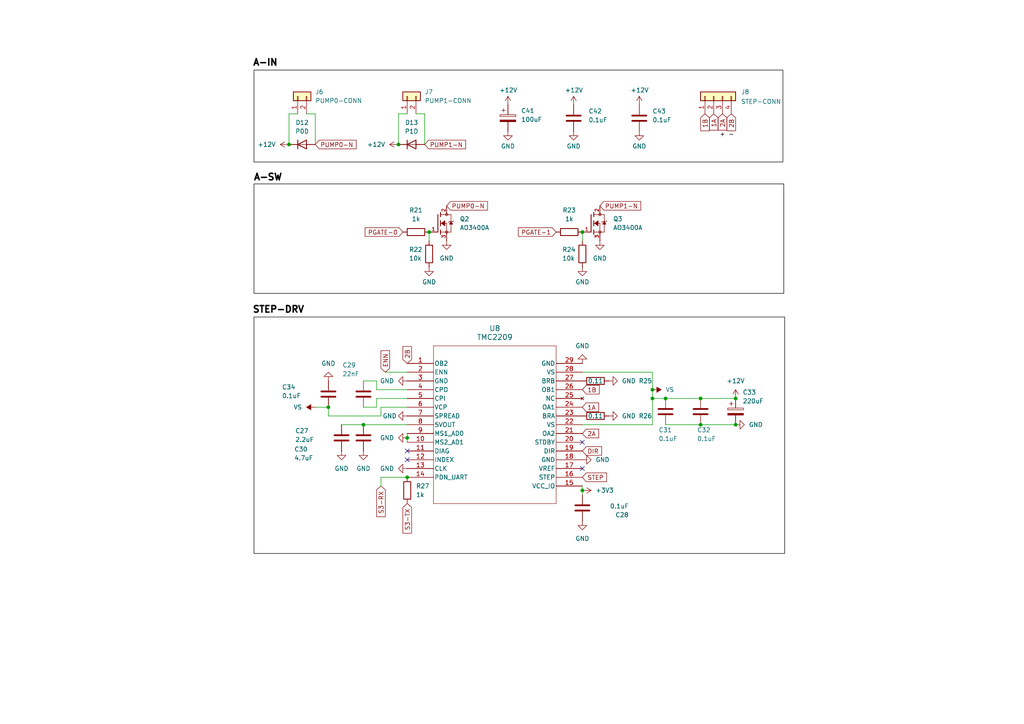
<source format=kicad_sch>
(kicad_sch (version 20231120) (generator "eeschema") (generator_version "8.0")
  (paper "A4")
  (title_block (title "Actuation Module") (company "Jeevan Sanchez"))
  (lib_symbols
    (symbol "Connector_Generic:Conn_01x02" (pin_names (offset 1.016) hide)
      (property "Reference" "J" (at 0 2.54 0))
      (property "Value" "Conn_01x02" (at 0 -5.08 0))
      (symbol "Conn_01x02_1_1"
        (rectangle (start -1.27 -2.413) (end 0 -2.667) (stroke (width 0.1524)))
        (rectangle (start -1.27 0.127) (end 0 -0.127) (stroke (width 0.1524)))
        (rectangle (start -1.27 1.27) (end 1.27 -3.81) (stroke (width 0.254)) (fill (type background)))
        (pin passive line (at -5.08 0 0) (length 3.81) (name "Pin_1") (number "1"))
        (pin passive line (at -5.08 -2.54 0) (length 3.81) (name "Pin_2") (number "2"))
      )
    )
    (symbol "Connector_Generic:Conn_01x04" (pin_names (offset 1.016) hide)
      (property "Reference" "J" (at 0 5.08 0))
      (property "Value" "Conn_01x04" (at 0 -7.62 0))
      (symbol "Conn_01x04_1_1"
        (rectangle (start -1.27 -4.953) (end 0 -5.207) (stroke (width 0.1524)))
        (rectangle (start -1.27 -2.413) (end 0 -2.667) (stroke (width 0.1524)))
        (rectangle (start -1.27 0.127) (end 0 -0.127) (stroke (width 0.1524)))
        (rectangle (start -1.27 2.667) (end 0 2.413) (stroke (width 0.1524)))
        (rectangle (start -1.27 3.81) (end 1.27 -6.35) (stroke (width 0.254)) (fill (type background)))
        (pin passive line (at -5.08 2.54 0) (length 3.81) (name "Pin_1") (number "1"))
        (pin passive line (at -5.08 0 0) (length 3.81) (name "Pin_2") (number "2"))
        (pin passive line (at -5.08 -2.54 0) (length 3.81) (name "Pin_3") (number "3"))
        (pin passive line (at -5.08 -5.08 0) (length 3.81) (name "Pin_4") (number "4"))
      )
    )
    (symbol "Device:C" (pin_numbers hide) (pin_names (offset 0.254))
      (property "Reference" "C" (at 0.635 2.54 0))
      (property "Value" "C" (at 0.635 -2.54 0))
      (symbol "C_0_1"
        (polyline (pts (xy -2.032 -0.762) (xy 2.032 -0.762)) (stroke (width 0.508)))
        (polyline (pts (xy -2.032 0.762) (xy 2.032 0.762)) (stroke (width 0.508)))
      )
      (symbol "C_1_1"
        (pin passive line (at 0 3.81 270) (length 2.794) (name "~") (number "1"))
        (pin passive line (at 0 -3.81 90) (length 2.794) (name "~") (number "2"))
      )
    )
    (symbol "Device:C_Polarized" (pin_numbers hide) (pin_names (offset 0.254))
      (property "Reference" "C" (at 0.635 2.54 0))
      (property "Value" "C_Polarized" (at 0.635 -2.54 0))
      (symbol "C_Polarized_0_1"
        (rectangle (start -2.286 0.508) (end 2.286 1.016))
        (polyline (pts (xy -1.778 2.286) (xy -0.762 2.286)))
        (polyline (pts (xy -1.27 2.794) (xy -1.27 1.778)))
        (rectangle (start 2.286 -0.508) (end -2.286 -1.016) (fill (type outline)))
      )
      (symbol "C_Polarized_1_1"
        (pin passive line (at 0 3.81 270) (length 2.794) (name "~") (number "1"))
        (pin passive line (at 0 -3.81 90) (length 2.794) (name "~") (number "2"))
      )
    )
    (symbol "Device:D" (pin_numbers hide) (pin_names (offset 1.016) hide)
      (property "Reference" "D" (at 0 2.54 0))
      (property "Value" "D" (at 0 -2.54 0))
      (symbol "D_0_1"
        (polyline (pts (xy -1.27 1.27) (xy -1.27 -1.27)) (stroke (width 0.254)))
        (polyline (pts (xy 1.27 0) (xy -1.27 0)))
        (polyline (pts (xy 1.27 1.27) (xy 1.27 -1.27) (xy -1.27 0) (xy 1.27 1.27)) (stroke (width 0.254)))
      )
      (symbol "D_1_1"
        (pin passive line (at -3.81 0 0) (length 2.54) (name "K") (number "1"))
        (pin passive line (at 3.81 0 180) (length 2.54) (name "A") (number "2"))
      )
    )
    (symbol "Device:R" (pin_numbers hide) (pin_names (offset 0))
      (property "Reference" "R" (at 2.032 0 90))
      (property "Value" "R" (at 0 0 90))
      (symbol "R_0_1"
        (rectangle (start -1.016 -2.54) (end 1.016 2.54) (stroke (width 0.254)))
      )
      (symbol "R_1_1"
        (pin passive line (at 0 3.81 270) (length 1.27) (name "~") (number "1"))
        (pin passive line (at 0 -3.81 90) (length 1.27) (name "~") (number "2"))
      )
    )
    (symbol "IRLZ44N:IRLZ44N" (pin_names (offset 1.016))
      (property "Reference" "Q" (at -8.89 2.54 0))
      (property "Value" "IRLZ44N" (at -8.89 -7.62 0))
      (symbol "IRLZ44N_0_0"
        (polyline (pts (xy 0 2.54) (xy 0 -2.54)) (stroke (width 0.254)))
        (polyline (pts (xy 0.762 -2.54) (xy 0.762 -3.175)) (stroke (width 0.254)))
        (polyline (pts (xy 0.762 -1.905) (xy 0.762 -2.54)) (stroke (width 0.254)))
        (polyline (pts (xy 0.762 0) (xy 0.762 -0.762)) (stroke (width 0.254)))
        (polyline (pts (xy 0.762 0) (xy 2.54 0)) (stroke (width 0.1524)))
        (polyline (pts (xy 0.762 0.762) (xy 0.762 0)) (stroke (width 0.254)))
        (polyline (pts (xy 0.762 2.54) (xy 0.762 1.905)) (stroke (width 0.254)))
        (polyline (pts (xy 0.762 2.54) (xy 3.81 2.54)) (stroke (width 0.1524)))
        (polyline (pts (xy 0.762 3.175) (xy 0.762 2.54)) (stroke (width 0.254)))
        (polyline (pts (xy 2.54 -2.54) (xy 0.762 -2.54)) (stroke (width 0.1524)))
        (polyline (pts (xy 2.54 -2.54) (xy 3.81 -2.54)) (stroke (width 0.1524)))
        (polyline (pts (xy 2.54 0) (xy 2.54 -2.54)) (stroke (width 0.1524)))
        (polyline (pts (xy 3.302 0.508) (xy 3.048 0.254)) (stroke (width 0.1524)))
        (polyline (pts (xy 3.81 0.508) (xy 3.302 0.508)) (stroke (width 0.1524)))
        (polyline (pts (xy 3.81 0.508) (xy 3.81 -2.54)) (stroke (width 0.1524)))
        (polyline (pts (xy 3.81 2.54) (xy 3.81 0.508)) (stroke (width 0.1524)))
        (polyline (pts (xy 4.318 0.508) (xy 3.81 0.508)) (stroke (width 0.1524)))
        (polyline (pts (xy 4.572 0.762) (xy 4.318 0.508)) (stroke (width 0.1524)))
        (polyline (pts (xy 1.016 0) (xy 2.032 0.762) (xy 2.032 -0.762) (xy 1.016 0)) (stroke (width 0.1524)) (fill (type outline)))
        (polyline (pts (xy 3.81 0.508) (xy 3.302 -0.254) (xy 4.318 -0.254) (xy 3.81 0.508)) (stroke (width 0.1524)) (fill (type outline)))
        (circle (center 2.54 -2.54) (radius 0.3592))
        (circle (center 2.54 2.54) (radius 0.3592))
        (pin passive line (at -2.54 -2.54 0) (length 2.54) (name "~") (number "1"))
        (pin passive line (at 2.54 5.08 270) (length 2.54) (name "~") (number "2"))
        (pin passive line (at 2.54 -5.08 90) (length 2.54) (name "~") (number "3"))
      )
    )
    (symbol "TMC2209:TMC2209" (pin_names (offset 0.254))
      (property "Reference" "U" (at 25.4 10.16 0))
      (property "Value" "TMC2209" (at 25.4 7.62 0))
      (symbol "TMC2209_0_1"
        (polyline (pts (xy 7.62 -40.64) (xy 43.18 -40.64)) (stroke (width 0.127)))
        (polyline (pts (xy 7.62 5.08) (xy 7.62 -40.64)) (stroke (width 0.127)))
        (polyline (pts (xy 43.18 -40.64) (xy 43.18 5.08)) (stroke (width 0.127)))
        (polyline (pts (xy 43.18 5.08) (xy 7.62 5.08)) (stroke (width 0.127)))
        (pin output line (at 0 0 0) (length 7.62) (name "OB2") (number "1"))
        (pin input line (at 0 -22.86 0) (length 7.62) (name "MS2_AD1") (number "10"))
        (pin output line (at 0 -25.4 0) (length 7.62) (name "DIAG") (number "11"))
        (pin output line (at 0 -27.94 0) (length 7.62) (name "INDEX") (number "12"))
        (pin input line (at 0 -30.48 0) (length 7.62) (name "CLK") (number "13"))
        (pin bidirectional line (at 0 -33.02 0) (length 7.62) (name "PDN_UART") (number "14"))
        (pin power_in line (at 50.8 -35.56 180) (length 7.62) (name "VCC_IO") (number "15"))
        (pin input line (at 50.8 -33.02 180) (length 7.62) (name "STEP") (number "16"))
        (pin unspecified line (at 50.8 -30.48 180) (length 7.62) (name "VREF") (number "17"))
        (pin input line (at 50.8 -27.94 180) (length 7.62) (name "GND") (number "18"))
        (pin input line (at 50.8 -25.4 180) (length 7.62) (name "DIR") (number "19"))
        (pin input line (at 0 -2.54 0) (length 7.62) (name "ENN") (number "2"))
        (pin power_in line (at 50.8 -22.86 180) (length 7.62) (name "STDBY") (number "20"))
        (pin output line (at 50.8 -20.32 180) (length 7.62) (name "OA2") (number "21"))
        (pin power_in line (at 50.8 -17.78 180) (length 7.62) (name "VS") (number "22"))
        (pin unspecified line (at 50.8 -15.24 180) (length 7.62) (name "BRA") (number "23"))
        (pin output line (at 50.8 -12.7 180) (length 7.62) (name "OA1") (number "24"))
        (pin no_connect line (at 50.8 -10.16 180) (length 7.62) (name "NC") (number "25"))
        (pin output line (at 50.8 -7.62 180) (length 7.62) (name "OB1") (number "26"))
        (pin unspecified line (at 50.8 -5.08 180) (length 7.62) (name "BRB") (number "27"))
        (pin power_in line (at 50.8 -2.54 180) (length 7.62) (name "VS") (number "28"))
        (pin power_out line (at 50.8 0 180) (length 7.62) (name "GND") (number "29"))
        (pin power_out line (at 0 -5.08 0) (length 7.62) (name "GND") (number "3"))
        (pin output line (at 0 -7.62 0) (length 7.62) (name "CPO") (number "4"))
        (pin input line (at 0 -10.16 0) (length 7.62) (name "CPI") (number "5"))
        (pin power_in line (at 0 -12.7 0) (length 7.62) (name "VCP") (number "6"))
        (pin input line (at 0 -15.24 0) (length 7.62) (name "SPREAD") (number "7"))
        (pin output line (at 0 -17.78 0) (length 7.62) (name "5VOUT") (number "8"))
        (pin input line (at 0 -20.32 0) (length 7.62) (name "MS1_AD0") (number "9"))
      )
    )
    (symbol "power:+12V" (power) (pin_numbers hide) (pin_names (offset 0) hide)
      (property "Value" "+12V" (at 0 3.556 0))
      (symbol "+12V_0_1"
        (polyline (pts (xy -0.762 1.27) (xy 0 2.54)))
        (polyline (pts (xy 0 0) (xy 0 2.54)))
        (polyline (pts (xy 0 2.54) (xy 0.762 1.27)))
      )
      (symbol "+12V_1_1"
        (pin power_in line (at 0 0 90) (length 0) (name "~") (number "1"))
      )
    )
    (symbol "power:+3V3" (power) (pin_numbers hide) (pin_names (offset 0) hide)
      (property "Value" "+3V3" (at 0 3.556 0))
      (symbol "+3V3_0_1"
        (polyline (pts (xy -0.762 1.27) (xy 0 2.54)))
        (polyline (pts (xy 0 0) (xy 0 2.54)))
        (polyline (pts (xy 0 2.54) (xy 0.762 1.27)))
      )
      (symbol "+3V3_1_1"
        (pin power_in line (at 0 0 90) (length 0) (name "~") (number "1"))
      )
    )
    (symbol "power:GND" (power) (pin_numbers hide) (pin_names (offset 0) hide)
      (property "Value" "GND" (at 0 -3.81 0))
      (symbol "GND_0_1"
        (polyline (pts (xy 0 0) (xy 0 -1.27) (xy 1.27 -1.27) (xy 0 -2.54) (xy -1.27 -1.27) (xy 0 -1.27)))
      )
      (symbol "GND_1_1"
        (pin power_in line (at 0 0 270) (length 0) (name "~") (number "1"))
      )
    )
    (symbol "power:VS" (power) (pin_numbers hide) (pin_names (offset 0) hide)
      (property "Value" "VS" (at 0 3.556 0))
      (symbol "VS_0_1"
        (polyline (pts (xy 0 0) (xy 0 2.54)))
        (polyline (pts (xy 0.762 1.27) (xy -0.762 1.27) (xy 0 2.54) (xy 0.762 1.27)) (fill (type outline)))
      )
      (symbol "VS_1_1"
        (pin power_in line (at 0 0 90) (length 0) (name "~") (number "1"))
      )
    )
  )
  (junction (at 189.23 113.03))
  (junction (at 168.91 67.31))
  (junction (at 168.91 142.24))
  (junction (at 189.23 115.57))
  (junction (at 193.04 115.57))
  (junction (at 213.36 123.19))
  (junction (at 118.11 138.43))
  (junction (at 115.57 41.91))
  (junction (at 213.36 115.57))
  (junction (at 95.25 118.11))
  (junction (at 124.46 67.31))
  (junction (at 83.82 41.91))
  (junction (at 203.2 123.19))
  (junction (at 118.11 127))
  (junction (at 105.41 123.19))
  (junction (at 203.2 115.57))
  (no_connect (at 118.11 130.81))
  (no_connect (at 168.91 135.89))
  (no_connect (at 118.11 133.35))
  (no_connect (at 168.91 128.27))
  (wire (pts (xy 110.49 140.97) (xy 110.49 138.43)))
  (wire (pts (xy 115.57 33.02) (xy 115.57 41.91)))
  (wire (pts (xy 203.2 115.57) (xy 213.36 115.57)))
  (wire (pts (xy 193.04 115.57) (xy 203.2 115.57)))
  (wire (pts (xy 109.22 118.11) (xy 105.41 118.11)))
  (wire (pts (xy 189.23 113.03) (xy 189.23 115.57)))
  (wire (pts (xy 110.49 118.11) (xy 118.11 118.11)))
  (wire (pts (xy 109.22 115.57) (xy 118.11 115.57)))
  (wire (pts (xy 91.44 33.02) (xy 91.44 41.91)))
  (wire (pts (xy 109.22 115.57) (xy 109.22 118.11)))
  (wire (pts (xy 168.91 123.19) (xy 189.23 123.19)))
  (wire (pts (xy 124.46 69.85) (xy 124.46 67.31)))
  (wire (pts (xy 110.49 118.11) (xy 110.49 120.65)))
  (wire (pts (xy 105.41 123.19) (xy 118.11 123.19)))
  (wire (pts (xy 86.36 33.02) (xy 83.82 33.02)))
  (wire (pts (xy 110.49 138.43) (xy 118.11 138.43)))
  (wire (pts (xy 203.2 123.19) (xy 213.36 123.19)))
  (wire (pts (xy 189.23 107.95) (xy 189.23 113.03)))
  (wire (pts (xy 99.06 123.19) (xy 105.41 123.19)))
  (wire (pts (xy 111.76 107.95) (xy 118.11 107.95)))
  (wire (pts (xy 118.11 125.73) (xy 118.11 127)))
  (wire (pts (xy 95.25 120.65) (xy 95.25 118.11)))
  (wire (pts (xy 168.91 140.97) (xy 168.91 142.24)))
  (wire (pts (xy 83.82 33.02) (xy 83.82 41.91)))
  (wire (pts (xy 168.91 69.85) (xy 168.91 67.31)))
  (wire (pts (xy 168.91 107.95) (xy 189.23 107.95)))
  (wire (pts (xy 118.11 33.02) (xy 115.57 33.02)))
  (wire (pts (xy 123.19 33.02) (xy 123.19 41.91)))
  (wire (pts (xy 168.91 142.24) (xy 168.91 143.51)))
  (wire (pts (xy 105.41 110.49) (xy 109.22 110.49)))
  (wire (pts (xy 193.04 123.19) (xy 203.2 123.19)))
  (wire (pts (xy 110.49 120.65) (xy 95.25 120.65)))
  (wire (pts (xy 91.44 118.11) (xy 95.25 118.11)))
  (wire (pts (xy 120.65 33.02) (xy 123.19 33.02)))
  (wire (pts (xy 109.22 110.49) (xy 109.22 113.03)))
  (wire (pts (xy 88.9 33.02) (xy 91.44 33.02)))
  (wire (pts (xy 118.11 127) (xy 118.11 128.27)))
  (wire (pts (xy 109.22 113.03) (xy 118.11 113.03)))
  (wire (pts (xy 189.23 115.57) (xy 193.04 115.57)))
  (wire (pts (xy 189.23 115.57) (xy 189.23 123.19)))
  (rectangle (start 73.66 20.32) (end 227.076 46.99) (stroke (width 0) (color 0 0 0 1)))
  (rectangle (start 73.66 53.34) (end 227.33 85.09) (stroke (width 0) (color 0 0 0 1)))
  (rectangle (start 73.66 91.948) (end 227.584 160.528) (stroke (width 0) (color 0 0 0 1)))
  (text "+\n" (at 209.55 39.116 0) (effects (font (size 1.27 1.27))))
  (text "A-IN\n" (at 76.962 18.288 0) (effects (font (size 1.905 1.905) (thickness 0.4064) (bold yes))))
  (text "-\n" (at 212.09 39.116 0) (effects (font (size 1.27 1.27))))
  (text "A-SW\n\n" (at 77.724 53.086 0) (effects (font (size 1.905 1.905) (thickness 0.4064) (bold yes))))
  (text "STEP-DRV\n" (at 80.772 89.916 0) (effects (font (size 1.905 1.905) (thickness 0.4064) (bold yes))))
  (global_label "2B" (shape input) (at 212.09 33.02 270) (property "Intersheetrefs" "${INTERSHEET_REFS}" (effects (hide yes))))
  (global_label "PGATE-0" (shape input) (at 116.84 67.31 180) (property "Intersheetrefs" "${INTERSHEET_REFS}" (effects (hide yes))))
  (global_label "DIR" (shape input) (at 168.91 130.81 0) (property "Intersheetrefs" "${INTERSHEET_REFS}" (effects (hide yes))))
  (global_label "PUMP1-N" (shape input) (at 123.19 41.91 0) (property "Intersheetrefs" "${INTERSHEET_REFS}" (effects (hide yes))))
  (global_label "PUMP0-N" (shape input) (at 91.44 41.91 0) (property "Intersheetrefs" "${INTERSHEET_REFS}" (effects (hide yes))))
  (global_label "STEP" (shape input) (at 168.91 138.43 0) (property "Intersheetrefs" "${INTERSHEET_REFS}" (effects (hide yes))))
  (global_label "2A" (shape input) (at 168.91 125.73 0) (property "Intersheetrefs" "${INTERSHEET_REFS}" (effects (hide yes))))
  (global_label "PGATE-1" (shape input) (at 161.29 67.31 180) (property "Intersheetrefs" "${INTERSHEET_REFS}" (effects (hide yes))))
  (global_label "1A" (shape input) (at 207.01 33.02 270) (property "Intersheetrefs" "${INTERSHEET_REFS}" (effects (hide yes))))
  (global_label "2B" (shape input) (at 118.11 105.41 90) (property "Intersheetrefs" "${INTERSHEET_REFS}" (effects (hide yes))))
  (global_label "2A" (shape input) (at 209.55 33.02 270) (property "Intersheetrefs" "${INTERSHEET_REFS}" (effects (hide yes))))
  (global_label "PUMP0-N" (shape input) (at 129.54 59.69 0) (property "Intersheetrefs" "${INTERSHEET_REFS}" (effects (hide yes))))
  (global_label "S3-TX" (shape input) (at 118.11 146.05 270) (property "Intersheetrefs" "${INTERSHEET_REFS}" (effects (hide yes))))
  (global_label "PUMP1-N" (shape input) (at 173.99 59.69 0) (property "Intersheetrefs" "${INTERSHEET_REFS}" (effects (hide yes))))
  (global_label "1B" (shape input) (at 168.91 113.03 0) (property "Intersheetrefs" "${INTERSHEET_REFS}" (effects (hide yes))))
  (global_label "1A" (shape input) (at 168.91 118.11 0) (property "Intersheetrefs" "${INTERSHEET_REFS}" (effects (hide yes))))
  (global_label "1B" (shape input) (at 204.47 33.02 270) (property "Intersheetrefs" "${INTERSHEET_REFS}" (effects (hide yes))))
  (global_label "ENN" (shape input) (at 111.76 107.95 90) (property "Intersheetrefs" "${INTERSHEET_REFS}" (effects (hide yes))))
  (global_label "S3-RX" (shape input) (at 110.49 140.97 270) (property "Intersheetrefs" "${INTERSHEET_REFS}" (effects (hide yes))))
  (symbol (lib_id "Device:D") (at 87.63 41.91 0) (unit 1)
    (property "Reference" "D12" (at 87.63 35.56 0))
    (property "Value" "P0D" (at 87.63 38.1 0))
    (property "Footprint" "Diode_SMD:D_SMA" (effects (hide yes)))
    (property "Datasheet" "https://www.onsemi.com/pdf/datasheet/ss19-d.pdf" (effects (hide yes)))
    (property "Description" "Diode" (effects (hide yes)))
    (property "Sim.Device" "D" (effects (hide yes)))
    (property "Sim.Pins" "1=K 2=A" (effects (hide yes)))
    (property "MPN" "SS14" (effects (hide yes)))
    (property "Purchase" "Yes" (effects (hide yes)))
    (property "Comments" "onsemi" (effects (hide yes)))
  )
  (symbol (lib_id "Device:R") (at 165.1 67.31 90) (unit 1)
    (property "Reference" "R23" (at 165.1 60.96 90))
    (property "Value" "1k" (at 165.1 63.5 90))
    (property "Footprint" "Resistor_SMD:R_0603_1608Metric" (effects (hide yes)))
    (property "Datasheet" "https://industrial.panasonic.com/cdbs/www-data/pdf/RDA0000/AOA0000C304.pdf" (effects (hide yes)))
    (property "Description" "Resistor" (effects (hide yes)))
    (property "MPN" "ERJ-3EKF1001V" (effects (hide yes)))
    (property "Purchase" "Yes" (effects (hide yes)))
  )
  (symbol (lib_id "Device:R") (at 120.65 67.31 90) (unit 1)
    (property "Reference" "R21" (at 120.65 60.96 90))
    (property "Value" "1k" (at 120.65 63.5 90))
    (property "Footprint" "Resistor_SMD:R_0603_1608Metric" (effects (hide yes)))
    (property "Datasheet" "https://industrial.panasonic.com/cdbs/www-data/pdf/RDA0000/AOA0000C304.pdf" (effects (hide yes)))
    (property "Description" "Resistor" (effects (hide yes)))
    (property "MPN" "ERJ-3EKF1001V" (effects (hide yes)))
    (property "Purchase" "Yes" (effects (hide yes)))
  )
  (symbol (lib_id "power:+12V") (at 213.36 115.57 0) (unit 1)
    (property "Reference" "#PWR090" (effects (hide yes)))
    (property "Value" "+12V" (at 213.36 110.49 0))
    (property "Description" "Power symbol creates a global label with name \"+12V\"" (effects (hide yes)))
  )
  (symbol (lib_id "Device:C") (at 168.91 147.32 180) (unit 1)
    (property "Reference" "C28" (at 182.372 149.352 0) (effects (justify left)))
    (property "Value" "0.1uF" (at 182.372 146.812 0) (effects (justify left)))
    (property "Footprint" "Capacitor_SMD:C_0603_1608Metric" (effects (hide yes)))
    (property "Description" "Unpolarized capacitor" (effects (hide yes)))
    (property "MPN" "CC0603KRX7R9BB104" (effects (hide yes)))
    (property "Purchase" "Yes" (effects (hide yes)))
  )
  (symbol (lib_id "Device:C") (at 203.2 119.38 0) (unit 1)
    (property "Reference" "C32" (at 202.184 124.714 0) (effects (justify left)))
    (property "Value" "0.1uF" (at 202.184 127.254 0) (effects (justify left)))
    (property "Footprint" "Capacitor_SMD:C_0603_1608Metric" (effects (hide yes)))
    (property "Description" "Unpolarized capacitor" (effects (hide yes)))
    (property "MPN" "CC0603KRX7R9BB104" (effects (hide yes)))
    (property "Purchase" "Yes" (effects (hide yes)))
  )
  (symbol (lib_id "IRLZ44N:IRLZ44N") (at 127 64.77 0) (unit 1)
    (property "Reference" "Q2" (at 133.35 63.4999 0) (effects (justify left)))
    (property "Value" "AO3400A" (at 133.35 66.0399 0) (effects (justify left)))
    (property "Footprint" "Package_TO_SOT_SMD:SOT-23" (effects (hide yes)))
    (property "Datasheet" "https://mm.digikey.com/Volume0/opasdata/d220001/medias/docus/1133/AO3400A_ds.pdf" (effects (hide yes)))
    (property "Description" "N-Channel Mosfet" (effects (hide yes)))
    (property "MF" "Infineon Technologies" (effects (hide yes)))
    (property "MAXIMUM_PACKAGE_HEIGHT" "19.3mm" (effects (hide yes)))
    (property "Package" "TO-220 Infineon" (effects (hide yes)))
    (property "Price" "None" (effects (hide yes)))
    (property "Check_prices" "https://www.snapeda.com/parts/IRLZ44N/Infineon/view-part/?ref=eda" (effects (hide yes)))
    (property "STANDARD" "IPC-7351B" (effects (hide yes)))
    (property "PARTREV" "11/11/03" (effects (hide yes)))
    (property "SnapEDA_Link" "https://www.snapeda.com/parts/IRLZ44N/Infineon/view-part/?ref=snap" (effects (hide yes)))
    (property "MP" "IRLZ44N" (effects (hide yes)))
    (property "Description_1" "\n                        \n                            N-Channel 55 V 47A (Tc) 3.8W (Ta), 110W (Tc) Surface Mount D2PAK\n                        \n" (effects (hide yes)))
    (property "Availability" "Not in stock" (effects (hide yes)))
    (property "MANUFACTURER" "Infineon" (effects (hide yes)))
    (property "MPN" "AO3400A" (effects (hide yes)))
    (property "Purchase" "Yes" (effects (hide yes)))
    (property "Comments" "Confirmed AO3400A  , brand:AOS,package:SOT-23-3L, and brand AOS" (effects (hide yes)))
  )
  (symbol (lib_id "power:GND") (at 147.32 38.1 0) (unit 1)
    (property "Reference" "#PWR0102" (effects (hide yes)))
    (property "Value" "GND" (at 147.32 42.418 0))
    (property "Description" "Power symbol creates a global label with name \"GND\" , ground" (effects (hide yes)))
  )
  (symbol (lib_id "power:+12V") (at 166.37 30.48 0) (unit 1)
    (property "Reference" "#PWR0105" (effects (hide yes)))
    (property "Value" "+12V" (at 163.83 26.162 0) (effects (justify left)))
    (property "Description" "Power symbol creates a global label with name \"+12V\"" (effects (hide yes)))
  )
  (symbol (lib_id "Device:R") (at 124.46 73.66 180) (unit 1)
    (property "Reference" "R22" (at 118.618 72.39 0) (effects (justify right)))
    (property "Value" "10k" (at 118.618 74.93 0) (effects (justify right)))
    (property "Footprint" "Resistor_SMD:R_0603_1608Metric" (effects (hide yes)))
    (property "Datasheet" "https://industrial.panasonic.com/cdbs/www-data/pdf/RDA0000/AOA0000C304.pdf" (effects (hide yes)))
    (property "Description" "Resistor" (effects (hide yes)))
    (property "MPN" "ERJ-3EKF1002V" (effects (hide yes)))
    (property "Purchase" "Yes" (effects (hide yes)))
  )
  (symbol (lib_id "Device:C") (at 105.41 114.3 0) (unit 1)
    (property "Reference" "C29" (at 99.314 105.918 0) (effects (justify left)))
    (property "Value" "22nF " (at 99.314 108.458 0) (effects (justify left)))
    (property "Footprint" "Capacitor_SMD:C_0603_1608Metric" (effects (hide yes)))
    (property "Datasheet" "https://mm.digikey.com/Volume0/opasdata/d220001/medias/docus/609/CL10B223KB8NNNC_Spec.pdf" (effects (hide yes)))
    (property "Description" "Unpolarized capacitor" (effects (hide yes)))
    (property "MPN" "CL10B223KB8NNNC" (effects (hide yes)))
    (property "Purchase" "Yes" (effects (hide yes)))
  )
  (symbol (lib_id "Device:C") (at 193.04 119.38 0) (unit 1)
    (property "Reference" "C31" (at 191.008 124.714 0) (effects (justify left)))
    (property "Value" "0.1uF" (at 191.008 127.254 0) (effects (justify left)))
    (property "Footprint" "Capacitor_SMD:C_0603_1608Metric" (effects (hide yes)))
    (property "Description" "Unpolarized capacitor" (effects (hide yes)))
    (property "MPN" "CC0603KRX7R9BB104" (effects (hide yes)))
    (property "Purchase" "Yes" (effects (hide yes)))
  )
  (symbol (lib_id "power:GND") (at 95.25 110.49 180) (unit 1)
    (property "Reference" "#PWR092" (effects (hide yes)))
    (property "Value" "GND" (at 95.25 105.41 0))
    (property "Description" "Power symbol creates a global label with name \"GND\" , ground" (effects (hide yes)))
  )
  (symbol (lib_id "Device:D") (at 119.38 41.91 0) (unit 1)
    (property "Reference" "D13" (at 119.38 35.56 0))
    (property "Value" "P1D" (at 119.38 38.1 0))
    (property "Footprint" "Diode_SMD:D_SMA" (effects (hide yes)))
    (property "Datasheet" "https://www.onsemi.com/pdf/datasheet/ss19-d.pdf" (effects (hide yes)))
    (property "Description" "Diode" (effects (hide yes)))
    (property "Sim.Device" "D" (effects (hide yes)))
    (property "Sim.Pins" "1=K 2=A" (effects (hide yes)))
    (property "MPN" "SS14" (effects (hide yes)))
    (property "Purchase" "Yes" (effects (hide yes)))
    (property "Comments" "onsemi" (effects (hide yes)))
  )
  (symbol (lib_id "power:GND") (at 118.11 120.65 270) (unit 1)
    (property "Reference" "#PWR084" (effects (hide yes)))
    (property "Value" "GND" (at 115.062 120.65 90) (effects (justify right)))
    (property "Description" "Power symbol creates a global label with name \"GND\" , ground" (effects (hide yes)))
  )
  (symbol (lib_id "power:GND") (at 129.54 69.85 0) (unit 1)
    (property "Reference" "#PWR071" (effects (hide yes)))
    (property "Value" "GND" (at 129.54 74.93 0))
    (property "Description" "Power symbol creates a global label with name \"GND\" , ground" (effects (hide yes)))
  )
  (symbol (lib_id "Device:R") (at 168.91 73.66 180) (unit 1)
    (property "Reference" "R24" (at 163.068 72.39 0) (effects (justify right)))
    (property "Value" "10k" (at 163.068 74.93 0) (effects (justify right)))
    (property "Footprint" "Resistor_SMD:R_0603_1608Metric" (effects (hide yes)))
    (property "Datasheet" "https://industrial.panasonic.com/cdbs/www-data/pdf/RDA0000/AOA0000C304.pdf" (effects (hide yes)))
    (property "Description" "Resistor" (effects (hide yes)))
    (property "MPN" "ERJ-3EKF1002V" (effects (hide yes)))
    (property "Purchase" "Yes" (effects (hide yes)))
  )
  (symbol (lib_id "Device:C") (at 99.06 127 0) (unit 1)
    (property "Reference" "C27" (at 85.598 124.968 0) (effects (justify left)))
    (property "Value" "2.2uF " (at 85.598 127.508 0) (effects (justify left)))
    (property "Footprint" "Capacitor_SMD:C_0603_1608Metric" (effects (hide yes)))
    (property "Datasheet" "https://search.murata.co.jp/Ceramy/image/img/A01X/G101/ENG/GRM188R6YA225KA12-01.pdf" (effects (hide yes)))
    (property "Description" "Unpolarized capacitor" (effects (hide yes)))
    (property "MPN" "https://www.digikey.ca/en/products/detail/murata-electronics/GRM188R6YA225KA12D/3900456" (effects (hide yes)))
    (property "Purchase" "Yes" (effects (hide yes)))
  )
  (symbol (lib_id "Connector_Generic:Conn_01x02") (at 118.11 27.94 90) (unit 1)
    (property "Reference" "J7" (at 123.19 26.6699 90) (effects (justify right)))
    (property "Value" "PUMP1-CONN" (at 123.19 29.2099 90) (effects (justify right)))
    (property "Footprint" "S02B_PASK_2:CONN2_S02B-PASK-2_JST" (effects (hide yes)))
    (property "Description" "Generic connector, single row, 01x02, script generated (kicad-library-utils/schlib/autogen/connector/)" (effects (hide yes)))
    (property "MPN" "S02B-PASK-2" (effects (hide yes)))
    (property "Purchase" "Yes, Do Not Assemble" (effects (hide yes)))
  )
  (symbol (lib_id "Device:C") (at 185.42 34.29 0) (unit 1)
    (property "Reference" "C43" (at 189.23 32.258 0) (effects (justify left)))
    (property "Value" "0.1uF" (at 189.23 34.798 0) (effects (justify left)))
    (property "Footprint" "Capacitor_SMD:C_0603_1608Metric" (effects (hide yes)))
    (property "Description" "Unpolarized capacitor" (effects (hide yes)))
    (property "MPN" "CC0603KRX7R9BB104" (effects (hide yes)))
  )
  (symbol (lib_id "power:VS") (at 91.44 118.11 90) (unit 1)
    (property "Reference" "#PWR093" (effects (hide yes)))
    (property "Value" "VS" (at 87.63 118.1099 90) (effects (justify left)))
    (property "Description" "Power symbol creates a global label with name \"VS\"" (effects (hide yes)))
  )
  (symbol (lib_id "power:GND") (at 105.41 130.81 0) (unit 1)
    (property "Reference" "#PWR087" (effects (hide yes)))
    (property "Value" "GND" (at 105.41 135.89 0))
    (property "Description" "Power symbol creates a global label with name \"GND\" , ground" (effects (hide yes)))
  )
  (symbol (lib_id "power:GND") (at 118.11 127 270) (unit 1)
    (property "Reference" "#PWR085" (effects (hide yes)))
    (property "Value" "GND" (at 114.3 126.9999 90) (effects (justify right)))
    (property "Description" "Power symbol creates a global label with name \"GND\" , ground" (effects (hide yes)))
  )
  (symbol (lib_id "power:GND") (at 168.91 77.47 0) (unit 1)
    (property "Reference" "#PWR076" (effects (hide yes)))
    (property "Value" "GND" (at 168.91 81.788 0))
    (property "Description" "Power symbol creates a global label with name \"GND\" , ground" (effects (hide yes)))
  )
  (symbol (lib_id "power:+12V") (at 147.32 30.48 0) (unit 1)
    (property "Reference" "#PWR0101" (effects (hide yes)))
    (property "Value" "+12V" (at 144.78 26.162 0) (effects (justify left)))
    (property "Description" "Power symbol creates a global label with name \"+12V\"" (effects (hide yes)))
  )
  (symbol (lib_id "power:GND") (at 168.91 133.35 90) (unit 1)
    (property "Reference" "#PWR079" (effects (hide yes)))
    (property "Value" "GND" (at 172.72 133.3499 90) (effects (justify right)))
    (property "Description" "Power symbol creates a global label with name \"GND\" , ground" (effects (hide yes)))
  )
  (symbol (lib_id "Connector_Generic:Conn_01x04") (at 207.01 27.94 90) (unit 1)
    (property "Reference" "J8" (at 216.154 26.67 90))
    (property "Value" "STEP-CONN" (at 220.726 29.464 90))
    (property "Footprint" "S04B_PASK_2:CONN4_S04B-PASK_JST" (effects (hide yes)))
    (property "Description" "Generic connector, single row, 01x04, script generated (kicad-library-utils/schlib/autogen/connector/)" (effects (hide yes)))
    (property "MPN" "S04B-PASK-2" (effects (hide yes)))
    (property "Purchase" "Yes" (effects (hide yes)))
  )
  (symbol (lib_id "IRLZ44N:IRLZ44N") (at 171.45 64.77 0) (unit 1)
    (property "Reference" "Q3" (at 177.8 63.4999 0) (effects (justify left)))
    (property "Value" "AO3400A" (at 177.8 66.0399 0) (effects (justify left)))
    (property "Footprint" "Package_TO_SOT_SMD:SOT-23" (effects (hide yes)))
    (property "Datasheet" "https://mm.digikey.com/Volume0/opasdata/d220001/medias/docus/1133/AO3400A_ds.pdf" (effects (hide yes)))
    (property "Description" "N-Channel Mosfet" (effects (hide yes)))
    (property "MF" "Infineon Technologies" (effects (hide yes)))
    (property "MAXIMUM_PACKAGE_HEIGHT" "19.3mm" (effects (hide yes)))
    (property "Package" "TO-220 Infineon" (effects (hide yes)))
    (property "Price" "None" (effects (hide yes)))
    (property "Check_prices" "https://www.snapeda.com/parts/IRLZ44N/Infineon/view-part/?ref=eda" (effects (hide yes)))
    (property "STANDARD" "IPC-7351B" (effects (hide yes)))
    (property "PARTREV" "11/11/03" (effects (hide yes)))
    (property "SnapEDA_Link" "https://www.snapeda.com/parts/IRLZ44N/Infineon/view-part/?ref=snap" (effects (hide yes)))
    (property "Description_1" "\n                        \n                            N-Channel 55 V 47A (Tc) 3.8W (Ta), 110W (Tc) Surface Mount D2PAK\n                        \n" (effects (hide yes)))
    (property "Availability" "Not in stock" (effects (hide yes)))
    (property "MANUFACTURER" "Infineon" (effects (hide yes)))
    (property "MPN" "AO3400A" (effects (hide yes)))
    (property "Purchase" "Yes" (effects (hide yes)))
    (property "Comments" "Confirmed AO3400A  , brand:AOS,package:SOT-23-3L, and brand AOS" (effects (hide yes)))
  )
  (symbol (lib_id "Device:C_Polarized") (at 147.32 34.29 0) (unit 1)
    (property "Reference" "C41" (at 151.13 32.1309 0) (effects (justify left)))
    (property "Value" "100uF " (at 151.13 34.6709 0) (effects (justify left)))
    (property "Footprint" "EEH_ZK1V101XP:CAP_EEHZK1V101XP" (effects (hide yes)))
    (property "Description" "Polarized capacitor" (effects (hide yes)))
    (property "MPN" "EEH-ZK1V101XP" (effects (hide yes)))
  )
  (symbol (lib_id "power:GND") (at 166.37 38.1 0) (unit 1)
    (property "Reference" "#PWR0103" (effects (hide yes)))
    (property "Value" "GND" (at 166.37 42.418 0))
    (property "Description" "Power symbol creates a global label with name \"GND\" , ground" (effects (hide yes)))
  )
  (symbol (lib_id "power:GND") (at 118.11 110.49 270) (unit 1)
    (property "Reference" "#PWR077" (effects (hide yes)))
    (property "Value" "GND" (at 114.3 110.4899 90) (effects (justify right)))
    (property "Description" "Power symbol creates a global label with name \"GND\" , ground" (effects (hide yes)))
  )
  (symbol (lib_id "Device:C_Polarized") (at 213.36 119.38 0) (unit 1)
    (property "Reference" "C33" (at 215.392 113.792 0) (effects (justify left)))
    (property "Value" "220uF " (at 215.392 116.332 0) (effects (justify left)))
    (property "Footprint" "EEE_FK1V101P:CAP_EEEFK1V101P" (effects (hide yes)))
    (property "Description" "Polarized capacitor, EEE-FK1V221P i" (effects (hide yes)))
    (property "MPN" "EEE-FK1V221P" (effects (hide yes)))
    (property "Purchase" "Yes" (effects (hide yes)))
    (property "Comments" "EEE-FK1V221P is the correct MPN even though the footprint has a different MPN." (effects (hide yes)))
  )
  (symbol (lib_id "Device:C") (at 95.25 114.3 0) (unit 1)
    (property "Reference" "C34" (at 81.788 112.268 0) (effects (justify left)))
    (property "Value" "0.1uF" (at 81.788 114.808 0) (effects (justify left)))
    (property "Footprint" "Capacitor_SMD:C_0603_1608Metric" (effects (hide yes)))
    (property "Description" "Unpolarized capacitor" (effects (hide yes)))
    (property "MPN" "CC0603KRX7R9BB104" (effects (hide yes)))
    (property "Purchase" "Yes" (effects (hide yes)))
  )
  (symbol (lib_id "power:GND") (at 173.99 69.85 0) (unit 1)
    (property "Reference" "#PWR074" (effects (hide yes)))
    (property "Value" "GND" (at 173.99 74.93 0))
    (property "Description" "Power symbol creates a global label with name \"GND\" , ground" (effects (hide yes)))
  )
  (symbol (lib_id "power:+12V") (at 115.57 41.91 90) (unit 1)
    (property "Reference" "#PWR073" (effects (hide yes)))
    (property "Value" "+12V" (at 111.76 41.9099 90) (effects (justify left)))
    (property "Description" "Power symbol creates a global label with name \"+12V\"" (effects (hide yes)))
  )
  (symbol (lib_id "power:GND") (at 168.91 151.13 0) (unit 1)
    (property "Reference" "#PWR082" (effects (hide yes)))
    (property "Value" "GND" (at 168.91 156.21 0))
    (property "Description" "Power symbol creates a global label with name \"GND\" , ground" (effects (hide yes)))
  )
  (symbol (lib_id "Connector_Generic:Conn_01x02") (at 86.36 27.94 90) (unit 1)
    (property "Reference" "J6" (at 91.44 26.6699 90) (effects (justify right)))
    (property "Value" "PUMP0-CONN" (at 91.44 29.2099 90) (effects (justify right)))
    (property "Footprint" "S02B_PASK_2:CONN2_S02B-PASK-2_JST" (effects (hide yes)))
    (property "Description" "Generic connector, single row, 01x02, script generated (kicad-library-utils/schlib/autogen/connector/)" (effects (hide yes)))
    (property "MPN" "S02B-PASK-2" (effects (hide yes)))
    (property "Purchase" "Yes, Do Not Assemble" (effects (hide yes)))
  )
  (symbol (lib_id "TMC2209:TMC2209") (at 118.11 105.41 0) (unit 1)
    (property "Reference" "U8" (at 143.51 95.25 0) (effects (font (size 1.524 1.524))))
    (property "Value" "TMC2209" (at 143.51 97.79 0) (effects (font (size 1.524 1.524))))
    (property "Footprint" "ul_TMC2209:QFN28_5X5_TRI" (effects (hide yes)))
    (property "Datasheet" "TMC2209" (effects (hide yes)))
    (property "Description" "Stepper Motor Driver" (effects (hide yes)))
    (property "MPN" "TMC2209-LA-T" (effects (hide yes)))
    (property "Purchase" "Yes" (effects (hide yes)))
  )
  (symbol (lib_id "power:GND") (at 185.42 38.1 0) (unit 1)
    (property "Reference" "#PWR0104" (effects (hide yes)))
    (property "Value" "GND" (at 185.42 42.418 0))
    (property "Description" "Power symbol creates a global label with name \"GND\" , ground" (effects (hide yes)))
  )
  (symbol (lib_id "power:+12V") (at 185.42 30.48 0) (unit 1)
    (property "Reference" "#PWR0106" (effects (hide yes)))
    (property "Value" "+12V" (at 182.88 26.162 0) (effects (justify left)))
    (property "Description" "Power symbol creates a global label with name \"+12V\"" (effects (hide yes)))
  )
  (symbol (lib_id "power:VS") (at 189.23 113.03 270) (unit 1)
    (property "Reference" "#PWR091" (effects (hide yes)))
    (property "Value" "VS" (at 193.04 113.0299 90) (effects (justify left)))
    (property "Description" "Power symbol creates a global label with name \"VS\"" (effects (hide yes)))
  )
  (symbol (lib_id "Device:R") (at 172.72 120.65 90) (unit 1)
    (property "Reference" "R26" (at 187.198 120.65 90))
    (property "Value" "0.11" (at 172.72 120.65 90))
    (property "Footprint" "Resistor_SMD:R_1206_3216Metric" (effects (hide yes)))
    (property "Datasheet" "https://www.yageogroup.com/content/Resource%20Library/Datasheet/PYU-RL_GROUP_521_ROHS_L.pdf" (effects (hide yes)))
    (property "Description" "Resistor" (effects (hide yes)))
    (property "MPN" "RL1206FR-070R11L" (effects (hide yes)))
    (property "Purchase" "Yes" (effects (hide yes)))
  )
  (symbol (lib_id "power:GND") (at 176.53 110.49 90) (unit 1)
    (property "Reference" "#PWR081" (effects (hide yes)))
    (property "Value" "GND" (at 180.34 110.4899 90) (effects (justify right)))
    (property "Description" "Power symbol creates a global label with name \"GND\" , ground" (effects (hide yes)))
  )
  (symbol (lib_id "power:GND") (at 168.91 105.41 180) (unit 1)
    (property "Reference" "#PWR078" (effects (hide yes)))
    (property "Value" "GND" (at 168.91 100.33 0))
    (property "Description" "Power symbol creates a global label with name \"GND\" , ground" (effects (hide yes)))
  )
  (symbol (lib_id "power:+12V") (at 83.82 41.91 90) (unit 1)
    (property "Reference" "#PWR072" (effects (hide yes)))
    (property "Value" "+12V" (at 80.01 41.9099 90) (effects (justify left)))
    (property "Description" "Power symbol creates a global label with name \"+12V\"" (effects (hide yes)))
  )
  (symbol (lib_id "power:+3V3") (at 168.91 142.24 270) (unit 1)
    (property "Reference" "#PWR083" (effects (hide yes)))
    (property "Value" "+3V3" (at 172.72 142.2399 90) (effects (justify left)))
    (property "Description" "Power symbol creates a global label with name \"+3V3\"" (effects (hide yes)))
  )
  (symbol (lib_id "Device:R") (at 118.11 142.24 0) (unit 1)
    (property "Reference" "R27" (at 120.65 140.9699 0) (effects (justify left)))
    (property "Value" "1k" (at 120.65 143.5099 0) (effects (justify left)))
    (property "Footprint" "Resistor_SMD:R_0402_1005Metric" (effects (hide yes)))
    (property "Datasheet" "https://industrial.panasonic.com/cdbs/www-data/pdf/RDA0000/AOA0000C304.pdf" (effects (hide yes)))
    (property "Description" "Resistor" (effects (hide yes)))
    (property "MPN" "ERJ-2RKF1001X" (effects (hide yes)))
    (property "Purchase" "Yes" (effects (hide yes)))
  )
  (symbol (lib_id "Device:C") (at 166.37 34.29 0) (unit 1)
    (property "Reference" "C42" (at 170.688 32.258 0) (effects (justify left)))
    (property "Value" "0.1uF" (at 170.688 34.798 0) (effects (justify left)))
    (property "Footprint" "Capacitor_SMD:C_0603_1608Metric" (effects (hide yes)))
    (property "Description" "Unpolarized capacitor" (effects (hide yes)))
    (property "MPN" "CC0603KRX7R9BB104" (effects (hide yes)))
  )
  (symbol (lib_id "power:GND") (at 213.36 123.19 90) (unit 1)
    (property "Reference" "#PWR089" (effects (hide yes)))
    (property "Value" "GND" (at 217.17 123.1899 90) (effects (justify right)))
    (property "Description" "Power symbol creates a global label with name \"GND\" , ground" (effects (hide yes)))
  )
  (symbol (lib_id "Device:C") (at 105.41 127 0) (unit 1)
    (property "Reference" "C30" (at 85.344 130.302 0) (effects (justify left)))
    (property "Value" "4.7uF " (at 85.344 132.842 0) (effects (justify left)))
    (property "Footprint" "Capacitor_SMD:C_0805_2012Metric" (effects (hide yes)))
    (property "Datasheet" "https://mm.digikey.com/Volume0/opasdata/d220001/medias/docus/5727/CL21A475KBQNNNE.pdf" (effects (hide yes)))
    (property "Description" "Unpolarized capacitor" (effects (hide yes)))
    (property "MPN" "CL21A475KBQNNNE" (effects (hide yes)))
    (property "Purchase" "Yes" (effects (hide yes)))
  )
  (symbol (lib_id "Device:R") (at 172.72 110.49 90) (unit 1)
    (property "Reference" "R25" (at 187.198 110.49 90))
    (property "Value" "0.11" (at 172.72 110.49 90))
    (property "Footprint" "Resistor_SMD:R_1206_3216Metric" (effects (hide yes)))
    (property "Datasheet" "https://www.yageogroup.com/content/Resource%20Library/Datasheet/PYU-RL_GROUP_521_ROHS_L.pdf" (effects (hide yes)))
    (property "Description" "Resistor" (effects (hide yes)))
    (property "MPN" "RL1206FR-070R11L" (effects (hide yes)))
    (property "Purchase" "Yes" (effects (hide yes)))
  )
  (symbol (lib_id "power:GND") (at 118.11 135.89 270) (unit 1)
    (property "Reference" "#PWR088" (effects (hide yes)))
    (property "Value" "GND" (at 114.3 135.8899 90) (effects (justify right)))
    (property "Description" "Power symbol creates a global label with name \"GND\" , ground" (effects (hide yes)))
  )
  (symbol (lib_id "power:GND") (at 99.06 130.81 0) (unit 1)
    (property "Reference" "#PWR080" (effects (hide yes)))
    (property "Value" "GND" (at 99.06 135.89 0))
    (property "Description" "Power symbol creates a global label with name \"GND\" , ground" (effects (hide yes)))
  )
  (symbol (lib_id "power:GND") (at 124.46 77.47 0) (unit 1)
    (property "Reference" "#PWR075" (effects (hide yes)))
    (property "Value" "GND" (at 124.46 81.788 0))
    (property "Description" "Power symbol creates a global label with name \"GND\" , ground" (effects (hide yes)))
  )
  (symbol (lib_id "power:GND") (at 176.53 120.65 90) (unit 1)
    (property "Reference" "#PWR086" (effects (hide yes)))
    (property "Value" "GND" (at 180.34 120.6499 90) (effects (justify right)))
    (property "Description" "Power symbol creates a global label with name \"GND\" , ground" (effects (hide yes)))
  )
)
</source>
